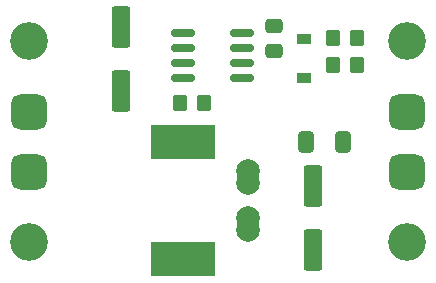
<source format=gts>
%TF.GenerationSoftware,KiCad,Pcbnew,(6.0.7)*%
%TF.CreationDate,2022-10-09T14:23:21+03:00*%
%TF.ProjectId,mc34063-step-down,6d633334-3036-4332-9d73-7465702d646f,rev?*%
%TF.SameCoordinates,Original*%
%TF.FileFunction,Soldermask,Top*%
%TF.FilePolarity,Negative*%
%FSLAX46Y46*%
G04 Gerber Fmt 4.6, Leading zero omitted, Abs format (unit mm)*
G04 Created by KiCad (PCBNEW (6.0.7)) date 2022-10-09 14:23:21*
%MOMM*%
%LPD*%
G01*
G04 APERTURE LIST*
G04 Aperture macros list*
%AMRoundRect*
0 Rectangle with rounded corners*
0 $1 Rounding radius*
0 $2 $3 $4 $5 $6 $7 $8 $9 X,Y pos of 4 corners*
0 Add a 4 corners polygon primitive as box body*
4,1,4,$2,$3,$4,$5,$6,$7,$8,$9,$2,$3,0*
0 Add four circle primitives for the rounded corners*
1,1,$1+$1,$2,$3*
1,1,$1+$1,$4,$5*
1,1,$1+$1,$6,$7*
1,1,$1+$1,$8,$9*
0 Add four rect primitives between the rounded corners*
20,1,$1+$1,$2,$3,$4,$5,0*
20,1,$1+$1,$4,$5,$6,$7,0*
20,1,$1+$1,$6,$7,$8,$9,0*
20,1,$1+$1,$8,$9,$2,$3,0*%
G04 Aperture macros list end*
%ADD10C,3.200000*%
%ADD11R,1.200000X0.900000*%
%ADD12RoundRect,0.250000X-0.350000X-0.450000X0.350000X-0.450000X0.350000X0.450000X-0.350000X0.450000X0*%
%ADD13RoundRect,0.250000X0.550000X-1.500000X0.550000X1.500000X-0.550000X1.500000X-0.550000X-1.500000X0*%
%ADD14R,5.400000X2.900000*%
%ADD15C,2.000000*%
%ADD16RoundRect,0.750000X-0.750000X0.750000X-0.750000X-0.750000X0.750000X-0.750000X0.750000X0.750000X0*%
%ADD17RoundRect,0.250000X-0.550000X1.500000X-0.550000X-1.500000X0.550000X-1.500000X0.550000X1.500000X0*%
%ADD18RoundRect,0.250000X0.475000X-0.337500X0.475000X0.337500X-0.475000X0.337500X-0.475000X-0.337500X0*%
%ADD19RoundRect,0.250000X-0.412500X-0.650000X0.412500X-0.650000X0.412500X0.650000X-0.412500X0.650000X0*%
%ADD20RoundRect,0.150000X0.825000X0.150000X-0.825000X0.150000X-0.825000X-0.150000X0.825000X-0.150000X0*%
%ADD21RoundRect,0.250000X0.350000X0.450000X-0.350000X0.450000X-0.350000X-0.450000X0.350000X-0.450000X0*%
G04 APERTURE END LIST*
D10*
%TO.C,J5*%
X107500000Y-66000000D03*
%TD*%
%TO.C,J6*%
X75500000Y-66000000D03*
%TD*%
%TO.C,J3*%
X75500000Y-49000000D03*
%TD*%
%TO.C,J4*%
X107500000Y-49000000D03*
%TD*%
D11*
%TO.C,D1*%
X98750000Y-52150000D03*
X98750000Y-48850000D03*
%TD*%
D12*
%TO.C,RSC1*%
X88250000Y-54250000D03*
X90250000Y-54250000D03*
%TD*%
D13*
%TO.C,Ci1*%
X83300000Y-53200000D03*
X83300000Y-47800000D03*
%TD*%
D14*
%TO.C,U2*%
X88500000Y-57550000D03*
D15*
X94000000Y-61000000D03*
X94000000Y-60000000D03*
X94000000Y-64000000D03*
D14*
X88500000Y-67450000D03*
D15*
X94000000Y-65000000D03*
%TD*%
D16*
%TO.C,J1*%
X75500000Y-54960000D03*
X75500000Y-60040000D03*
%TD*%
D17*
%TO.C,Co1*%
X99500000Y-66700000D03*
X99500000Y-61300000D03*
%TD*%
D18*
%TO.C,Ct1*%
X96250000Y-47712500D03*
X96250000Y-49787500D03*
%TD*%
D19*
%TO.C,Co2*%
X98937500Y-57500000D03*
X102062500Y-57500000D03*
%TD*%
D12*
%TO.C,R1*%
X101250000Y-51000000D03*
X103250000Y-51000000D03*
%TD*%
D20*
%TO.C,U1*%
X93475000Y-52155000D03*
X93475000Y-50885000D03*
X93475000Y-49615000D03*
X93475000Y-48345000D03*
X88525000Y-48345000D03*
X88525000Y-49615000D03*
X88525000Y-50885000D03*
X88525000Y-52155000D03*
%TD*%
D21*
%TO.C,R2*%
X103250000Y-48750000D03*
X101250000Y-48750000D03*
%TD*%
D16*
%TO.C,J2*%
X107500000Y-54960000D03*
X107500000Y-60040000D03*
%TD*%
M02*

</source>
